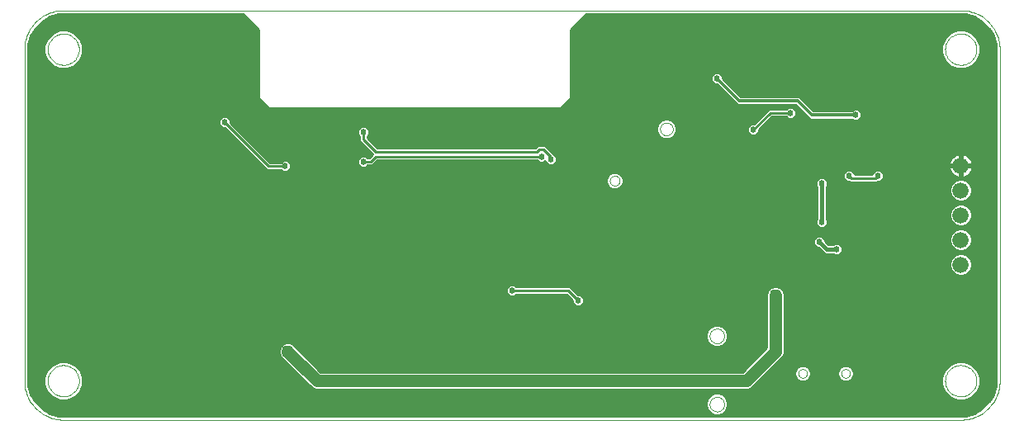
<source format=gbl>
G75*
G70*
%OFA0B0*%
%FSLAX24Y24*%
%IPPOS*%
%LPD*%
%AMOC8*
5,1,8,0,0,1.08239X$1,22.5*
%
%ADD10C,0.0000*%
%ADD11C,0.0660*%
%ADD12C,0.0100*%
%ADD13C,0.0246*%
%ADD14C,0.0500*%
%ADD15C,0.0160*%
%ADD16C,0.0120*%
D10*
X001725Y000937D02*
X037945Y000937D01*
X037315Y002512D02*
X037317Y002562D01*
X037323Y002612D01*
X037333Y002661D01*
X037347Y002709D01*
X037364Y002756D01*
X037385Y002801D01*
X037410Y002845D01*
X037438Y002886D01*
X037470Y002925D01*
X037504Y002962D01*
X037541Y002996D01*
X037581Y003026D01*
X037623Y003053D01*
X037667Y003077D01*
X037713Y003098D01*
X037760Y003114D01*
X037808Y003127D01*
X037858Y003136D01*
X037907Y003141D01*
X037958Y003142D01*
X038008Y003139D01*
X038057Y003132D01*
X038106Y003121D01*
X038154Y003106D01*
X038200Y003088D01*
X038245Y003066D01*
X038288Y003040D01*
X038329Y003011D01*
X038368Y002979D01*
X038404Y002944D01*
X038436Y002906D01*
X038466Y002866D01*
X038493Y002823D01*
X038516Y002779D01*
X038535Y002733D01*
X038551Y002685D01*
X038563Y002636D01*
X038571Y002587D01*
X038575Y002537D01*
X038575Y002487D01*
X038571Y002437D01*
X038563Y002388D01*
X038551Y002339D01*
X038535Y002291D01*
X038516Y002245D01*
X038493Y002201D01*
X038466Y002158D01*
X038436Y002118D01*
X038404Y002080D01*
X038368Y002045D01*
X038329Y002013D01*
X038288Y001984D01*
X038245Y001958D01*
X038200Y001936D01*
X038154Y001918D01*
X038106Y001903D01*
X038057Y001892D01*
X038008Y001885D01*
X037958Y001882D01*
X037907Y001883D01*
X037858Y001888D01*
X037808Y001897D01*
X037760Y001910D01*
X037713Y001926D01*
X037667Y001947D01*
X037623Y001971D01*
X037581Y001998D01*
X037541Y002028D01*
X037504Y002062D01*
X037470Y002099D01*
X037438Y002138D01*
X037410Y002179D01*
X037385Y002223D01*
X037364Y002268D01*
X037347Y002315D01*
X037333Y002363D01*
X037323Y002412D01*
X037317Y002462D01*
X037315Y002512D01*
X037945Y000937D02*
X038022Y000939D01*
X038099Y000945D01*
X038176Y000954D01*
X038252Y000967D01*
X038328Y000984D01*
X038402Y001005D01*
X038476Y001029D01*
X038548Y001057D01*
X038618Y001088D01*
X038687Y001123D01*
X038755Y001161D01*
X038820Y001202D01*
X038883Y001247D01*
X038944Y001295D01*
X039003Y001345D01*
X039059Y001398D01*
X039112Y001454D01*
X039162Y001513D01*
X039210Y001574D01*
X039255Y001637D01*
X039296Y001702D01*
X039334Y001770D01*
X039369Y001839D01*
X039400Y001909D01*
X039428Y001981D01*
X039452Y002055D01*
X039473Y002129D01*
X039490Y002205D01*
X039503Y002281D01*
X039512Y002358D01*
X039518Y002435D01*
X039520Y002512D01*
X039520Y015898D01*
X037315Y015898D02*
X037317Y015948D01*
X037323Y015998D01*
X037333Y016047D01*
X037347Y016095D01*
X037364Y016142D01*
X037385Y016187D01*
X037410Y016231D01*
X037438Y016272D01*
X037470Y016311D01*
X037504Y016348D01*
X037541Y016382D01*
X037581Y016412D01*
X037623Y016439D01*
X037667Y016463D01*
X037713Y016484D01*
X037760Y016500D01*
X037808Y016513D01*
X037858Y016522D01*
X037907Y016527D01*
X037958Y016528D01*
X038008Y016525D01*
X038057Y016518D01*
X038106Y016507D01*
X038154Y016492D01*
X038200Y016474D01*
X038245Y016452D01*
X038288Y016426D01*
X038329Y016397D01*
X038368Y016365D01*
X038404Y016330D01*
X038436Y016292D01*
X038466Y016252D01*
X038493Y016209D01*
X038516Y016165D01*
X038535Y016119D01*
X038551Y016071D01*
X038563Y016022D01*
X038571Y015973D01*
X038575Y015923D01*
X038575Y015873D01*
X038571Y015823D01*
X038563Y015774D01*
X038551Y015725D01*
X038535Y015677D01*
X038516Y015631D01*
X038493Y015587D01*
X038466Y015544D01*
X038436Y015504D01*
X038404Y015466D01*
X038368Y015431D01*
X038329Y015399D01*
X038288Y015370D01*
X038245Y015344D01*
X038200Y015322D01*
X038154Y015304D01*
X038106Y015289D01*
X038057Y015278D01*
X038008Y015271D01*
X037958Y015268D01*
X037907Y015269D01*
X037858Y015274D01*
X037808Y015283D01*
X037760Y015296D01*
X037713Y015312D01*
X037667Y015333D01*
X037623Y015357D01*
X037581Y015384D01*
X037541Y015414D01*
X037504Y015448D01*
X037470Y015485D01*
X037438Y015524D01*
X037410Y015565D01*
X037385Y015609D01*
X037364Y015654D01*
X037347Y015701D01*
X037333Y015749D01*
X037323Y015798D01*
X037317Y015848D01*
X037315Y015898D01*
X037945Y017473D02*
X038022Y017471D01*
X038099Y017465D01*
X038176Y017456D01*
X038252Y017443D01*
X038328Y017426D01*
X038402Y017405D01*
X038476Y017381D01*
X038548Y017353D01*
X038618Y017322D01*
X038687Y017287D01*
X038755Y017249D01*
X038820Y017208D01*
X038883Y017163D01*
X038944Y017115D01*
X039003Y017065D01*
X039059Y017012D01*
X039112Y016956D01*
X039162Y016897D01*
X039210Y016836D01*
X039255Y016773D01*
X039296Y016708D01*
X039334Y016640D01*
X039369Y016571D01*
X039400Y016501D01*
X039428Y016429D01*
X039452Y016355D01*
X039473Y016281D01*
X039490Y016205D01*
X039503Y016129D01*
X039512Y016052D01*
X039518Y015975D01*
X039520Y015898D01*
X037945Y017473D02*
X001725Y017473D01*
X001095Y015898D02*
X001097Y015948D01*
X001103Y015998D01*
X001113Y016047D01*
X001127Y016095D01*
X001144Y016142D01*
X001165Y016187D01*
X001190Y016231D01*
X001218Y016272D01*
X001250Y016311D01*
X001284Y016348D01*
X001321Y016382D01*
X001361Y016412D01*
X001403Y016439D01*
X001447Y016463D01*
X001493Y016484D01*
X001540Y016500D01*
X001588Y016513D01*
X001638Y016522D01*
X001687Y016527D01*
X001738Y016528D01*
X001788Y016525D01*
X001837Y016518D01*
X001886Y016507D01*
X001934Y016492D01*
X001980Y016474D01*
X002025Y016452D01*
X002068Y016426D01*
X002109Y016397D01*
X002148Y016365D01*
X002184Y016330D01*
X002216Y016292D01*
X002246Y016252D01*
X002273Y016209D01*
X002296Y016165D01*
X002315Y016119D01*
X002331Y016071D01*
X002343Y016022D01*
X002351Y015973D01*
X002355Y015923D01*
X002355Y015873D01*
X002351Y015823D01*
X002343Y015774D01*
X002331Y015725D01*
X002315Y015677D01*
X002296Y015631D01*
X002273Y015587D01*
X002246Y015544D01*
X002216Y015504D01*
X002184Y015466D01*
X002148Y015431D01*
X002109Y015399D01*
X002068Y015370D01*
X002025Y015344D01*
X001980Y015322D01*
X001934Y015304D01*
X001886Y015289D01*
X001837Y015278D01*
X001788Y015271D01*
X001738Y015268D01*
X001687Y015269D01*
X001638Y015274D01*
X001588Y015283D01*
X001540Y015296D01*
X001493Y015312D01*
X001447Y015333D01*
X001403Y015357D01*
X001361Y015384D01*
X001321Y015414D01*
X001284Y015448D01*
X001250Y015485D01*
X001218Y015524D01*
X001190Y015565D01*
X001165Y015609D01*
X001144Y015654D01*
X001127Y015701D01*
X001113Y015749D01*
X001103Y015798D01*
X001097Y015848D01*
X001095Y015898D01*
X000150Y015898D02*
X000152Y015975D01*
X000158Y016052D01*
X000167Y016129D01*
X000180Y016205D01*
X000197Y016281D01*
X000218Y016355D01*
X000242Y016429D01*
X000270Y016501D01*
X000301Y016571D01*
X000336Y016640D01*
X000374Y016708D01*
X000415Y016773D01*
X000460Y016836D01*
X000508Y016897D01*
X000558Y016956D01*
X000611Y017012D01*
X000667Y017065D01*
X000726Y017115D01*
X000787Y017163D01*
X000850Y017208D01*
X000915Y017249D01*
X000983Y017287D01*
X001052Y017322D01*
X001122Y017353D01*
X001194Y017381D01*
X001268Y017405D01*
X001342Y017426D01*
X001418Y017443D01*
X001494Y017456D01*
X001571Y017465D01*
X001648Y017471D01*
X001725Y017473D01*
X000150Y015898D02*
X000150Y002512D01*
X001095Y002512D02*
X001097Y002562D01*
X001103Y002612D01*
X001113Y002661D01*
X001127Y002709D01*
X001144Y002756D01*
X001165Y002801D01*
X001190Y002845D01*
X001218Y002886D01*
X001250Y002925D01*
X001284Y002962D01*
X001321Y002996D01*
X001361Y003026D01*
X001403Y003053D01*
X001447Y003077D01*
X001493Y003098D01*
X001540Y003114D01*
X001588Y003127D01*
X001638Y003136D01*
X001687Y003141D01*
X001738Y003142D01*
X001788Y003139D01*
X001837Y003132D01*
X001886Y003121D01*
X001934Y003106D01*
X001980Y003088D01*
X002025Y003066D01*
X002068Y003040D01*
X002109Y003011D01*
X002148Y002979D01*
X002184Y002944D01*
X002216Y002906D01*
X002246Y002866D01*
X002273Y002823D01*
X002296Y002779D01*
X002315Y002733D01*
X002331Y002685D01*
X002343Y002636D01*
X002351Y002587D01*
X002355Y002537D01*
X002355Y002487D01*
X002351Y002437D01*
X002343Y002388D01*
X002331Y002339D01*
X002315Y002291D01*
X002296Y002245D01*
X002273Y002201D01*
X002246Y002158D01*
X002216Y002118D01*
X002184Y002080D01*
X002148Y002045D01*
X002109Y002013D01*
X002068Y001984D01*
X002025Y001958D01*
X001980Y001936D01*
X001934Y001918D01*
X001886Y001903D01*
X001837Y001892D01*
X001788Y001885D01*
X001738Y001882D01*
X001687Y001883D01*
X001638Y001888D01*
X001588Y001897D01*
X001540Y001910D01*
X001493Y001926D01*
X001447Y001947D01*
X001403Y001971D01*
X001361Y001998D01*
X001321Y002028D01*
X001284Y002062D01*
X001250Y002099D01*
X001218Y002138D01*
X001190Y002179D01*
X001165Y002223D01*
X001144Y002268D01*
X001127Y002315D01*
X001113Y002363D01*
X001103Y002412D01*
X001097Y002462D01*
X001095Y002512D01*
X000150Y002512D02*
X000152Y002435D01*
X000158Y002358D01*
X000167Y002281D01*
X000180Y002205D01*
X000197Y002129D01*
X000218Y002055D01*
X000242Y001981D01*
X000270Y001909D01*
X000301Y001839D01*
X000336Y001770D01*
X000374Y001702D01*
X000415Y001637D01*
X000460Y001574D01*
X000508Y001513D01*
X000558Y001454D01*
X000611Y001398D01*
X000667Y001345D01*
X000726Y001295D01*
X000787Y001247D01*
X000850Y001202D01*
X000915Y001161D01*
X000983Y001123D01*
X001052Y001088D01*
X001122Y001057D01*
X001194Y001029D01*
X001268Y001005D01*
X001342Y000984D01*
X001418Y000967D01*
X001494Y000954D01*
X001571Y000945D01*
X001648Y000939D01*
X001725Y000937D01*
X023782Y010593D02*
X023784Y010620D01*
X023790Y010647D01*
X023799Y010673D01*
X023812Y010697D01*
X023828Y010720D01*
X023847Y010739D01*
X023869Y010756D01*
X023893Y010770D01*
X023918Y010780D01*
X023945Y010787D01*
X023972Y010790D01*
X024000Y010789D01*
X024027Y010784D01*
X024053Y010776D01*
X024077Y010764D01*
X024100Y010748D01*
X024121Y010730D01*
X024138Y010709D01*
X024153Y010685D01*
X024164Y010660D01*
X024172Y010634D01*
X024176Y010607D01*
X024176Y010579D01*
X024172Y010552D01*
X024164Y010526D01*
X024153Y010501D01*
X024138Y010477D01*
X024121Y010456D01*
X024100Y010438D01*
X024078Y010422D01*
X024053Y010410D01*
X024027Y010402D01*
X024000Y010397D01*
X023972Y010396D01*
X023945Y010399D01*
X023918Y010406D01*
X023893Y010416D01*
X023869Y010430D01*
X023847Y010447D01*
X023828Y010466D01*
X023812Y010489D01*
X023799Y010513D01*
X023790Y010539D01*
X023784Y010566D01*
X023782Y010593D01*
X025811Y012681D02*
X025813Y012712D01*
X025819Y012743D01*
X025828Y012773D01*
X025841Y012802D01*
X025858Y012829D01*
X025878Y012853D01*
X025900Y012875D01*
X025926Y012894D01*
X025953Y012910D01*
X025982Y012922D01*
X026012Y012931D01*
X026043Y012936D01*
X026075Y012937D01*
X026106Y012934D01*
X026137Y012927D01*
X026167Y012917D01*
X026195Y012903D01*
X026221Y012885D01*
X026245Y012865D01*
X026266Y012841D01*
X026285Y012816D01*
X026300Y012788D01*
X026311Y012759D01*
X026319Y012728D01*
X026323Y012697D01*
X026323Y012665D01*
X026319Y012634D01*
X026311Y012603D01*
X026300Y012574D01*
X026285Y012546D01*
X026266Y012521D01*
X026245Y012497D01*
X026221Y012477D01*
X026195Y012459D01*
X026167Y012445D01*
X026137Y012435D01*
X026106Y012428D01*
X026075Y012425D01*
X026043Y012426D01*
X026012Y012431D01*
X025982Y012440D01*
X025953Y012452D01*
X025926Y012468D01*
X025900Y012487D01*
X025878Y012509D01*
X025858Y012533D01*
X025841Y012560D01*
X025828Y012589D01*
X025819Y012619D01*
X025813Y012650D01*
X025811Y012681D01*
X027808Y004323D02*
X027810Y004357D01*
X027816Y004391D01*
X027826Y004424D01*
X027839Y004455D01*
X027857Y004485D01*
X027877Y004513D01*
X027901Y004538D01*
X027927Y004560D01*
X027955Y004578D01*
X027986Y004594D01*
X028018Y004606D01*
X028052Y004614D01*
X028086Y004618D01*
X028120Y004618D01*
X028154Y004614D01*
X028188Y004606D01*
X028220Y004594D01*
X028250Y004578D01*
X028279Y004560D01*
X028305Y004538D01*
X028329Y004513D01*
X028349Y004485D01*
X028367Y004455D01*
X028380Y004424D01*
X028390Y004391D01*
X028396Y004357D01*
X028398Y004323D01*
X028396Y004289D01*
X028390Y004255D01*
X028380Y004222D01*
X028367Y004191D01*
X028349Y004161D01*
X028329Y004133D01*
X028305Y004108D01*
X028279Y004086D01*
X028251Y004068D01*
X028220Y004052D01*
X028188Y004040D01*
X028154Y004032D01*
X028120Y004028D01*
X028086Y004028D01*
X028052Y004032D01*
X028018Y004040D01*
X027986Y004052D01*
X027955Y004068D01*
X027927Y004086D01*
X027901Y004108D01*
X027877Y004133D01*
X027857Y004161D01*
X027839Y004191D01*
X027826Y004222D01*
X027816Y004255D01*
X027810Y004289D01*
X027808Y004323D01*
X031390Y002807D02*
X031392Y002833D01*
X031398Y002859D01*
X031408Y002884D01*
X031421Y002907D01*
X031437Y002927D01*
X031457Y002945D01*
X031479Y002960D01*
X031502Y002972D01*
X031528Y002980D01*
X031554Y002984D01*
X031580Y002984D01*
X031606Y002980D01*
X031632Y002972D01*
X031656Y002960D01*
X031677Y002945D01*
X031697Y002927D01*
X031713Y002907D01*
X031726Y002884D01*
X031736Y002859D01*
X031742Y002833D01*
X031744Y002807D01*
X031742Y002781D01*
X031736Y002755D01*
X031726Y002730D01*
X031713Y002707D01*
X031697Y002687D01*
X031677Y002669D01*
X031655Y002654D01*
X031632Y002642D01*
X031606Y002634D01*
X031580Y002630D01*
X031554Y002630D01*
X031528Y002634D01*
X031502Y002642D01*
X031478Y002654D01*
X031457Y002669D01*
X031437Y002687D01*
X031421Y002707D01*
X031408Y002730D01*
X031398Y002755D01*
X031392Y002781D01*
X031390Y002807D01*
X033123Y002807D02*
X033125Y002833D01*
X033131Y002859D01*
X033141Y002884D01*
X033154Y002907D01*
X033170Y002927D01*
X033190Y002945D01*
X033212Y002960D01*
X033235Y002972D01*
X033261Y002980D01*
X033287Y002984D01*
X033313Y002984D01*
X033339Y002980D01*
X033365Y002972D01*
X033389Y002960D01*
X033410Y002945D01*
X033430Y002927D01*
X033446Y002907D01*
X033459Y002884D01*
X033469Y002859D01*
X033475Y002833D01*
X033477Y002807D01*
X033475Y002781D01*
X033469Y002755D01*
X033459Y002730D01*
X033446Y002707D01*
X033430Y002687D01*
X033410Y002669D01*
X033388Y002654D01*
X033365Y002642D01*
X033339Y002634D01*
X033313Y002630D01*
X033287Y002630D01*
X033261Y002634D01*
X033235Y002642D01*
X033211Y002654D01*
X033190Y002669D01*
X033170Y002687D01*
X033154Y002707D01*
X033141Y002730D01*
X033131Y002755D01*
X033125Y002781D01*
X033123Y002807D01*
X027808Y001567D02*
X027810Y001601D01*
X027816Y001635D01*
X027826Y001668D01*
X027839Y001699D01*
X027857Y001729D01*
X027877Y001757D01*
X027901Y001782D01*
X027927Y001804D01*
X027955Y001822D01*
X027986Y001838D01*
X028018Y001850D01*
X028052Y001858D01*
X028086Y001862D01*
X028120Y001862D01*
X028154Y001858D01*
X028188Y001850D01*
X028220Y001838D01*
X028250Y001822D01*
X028279Y001804D01*
X028305Y001782D01*
X028329Y001757D01*
X028349Y001729D01*
X028367Y001699D01*
X028380Y001668D01*
X028390Y001635D01*
X028396Y001601D01*
X028398Y001567D01*
X028396Y001533D01*
X028390Y001499D01*
X028380Y001466D01*
X028367Y001435D01*
X028349Y001405D01*
X028329Y001377D01*
X028305Y001352D01*
X028279Y001330D01*
X028251Y001312D01*
X028220Y001296D01*
X028188Y001284D01*
X028154Y001276D01*
X028120Y001272D01*
X028086Y001272D01*
X028052Y001276D01*
X028018Y001284D01*
X027986Y001296D01*
X027955Y001312D01*
X027927Y001330D01*
X027901Y001352D01*
X027877Y001377D01*
X027857Y001405D01*
X027839Y001435D01*
X027826Y001466D01*
X027816Y001499D01*
X027810Y001533D01*
X027808Y001567D01*
D11*
X037945Y007205D03*
X037945Y008205D03*
X037945Y009205D03*
X037945Y010205D03*
X037945Y011205D03*
D12*
X037897Y011181D02*
X013972Y011181D01*
X014001Y011210D02*
X014193Y011210D01*
X014390Y011407D01*
X020847Y011407D01*
X020920Y011334D01*
X021113Y011334D01*
X021177Y011399D01*
X021177Y011372D01*
X021313Y011236D01*
X021506Y011236D01*
X021643Y011372D01*
X021643Y011565D01*
X021506Y011702D01*
X021502Y011702D01*
X021275Y011929D01*
X021181Y012023D01*
X020851Y012023D01*
X020753Y011924D01*
X014390Y011924D01*
X013991Y012323D01*
X013991Y012382D01*
X014064Y012455D01*
X014064Y012648D01*
X013928Y012785D01*
X013735Y012785D01*
X013598Y012648D01*
X013598Y012455D01*
X013671Y012382D01*
X013671Y012190D01*
X013765Y012096D01*
X014195Y011666D01*
X014060Y011530D01*
X014001Y011530D01*
X013928Y011603D01*
X013735Y011603D01*
X013598Y011467D01*
X013598Y011274D01*
X013735Y011137D01*
X013928Y011137D01*
X014001Y011210D01*
X014126Y011370D02*
X013831Y011370D01*
X013598Y011378D02*
X010806Y011378D01*
X010778Y011407D02*
X010585Y011407D01*
X010512Y011334D01*
X010059Y011334D01*
X008454Y012939D01*
X008454Y013042D01*
X008317Y013178D01*
X008124Y013178D01*
X007988Y013042D01*
X007988Y012849D01*
X008124Y012712D01*
X008228Y012712D01*
X009833Y011107D01*
X009926Y011014D01*
X010512Y011014D01*
X010585Y010941D01*
X010778Y010941D01*
X010914Y011077D01*
X010914Y011270D01*
X010778Y011407D01*
X010905Y011280D02*
X013598Y011280D01*
X013691Y011181D02*
X010914Y011181D01*
X010914Y011083D02*
X037480Y011083D01*
X037477Y011093D02*
X037500Y011021D01*
X037535Y010954D01*
X037579Y010892D01*
X037633Y010839D01*
X037694Y010795D01*
X037761Y010760D01*
X037833Y010737D01*
X037897Y010727D01*
X037897Y011157D01*
X037467Y011157D01*
X037477Y011093D01*
X037519Y010984D02*
X034724Y010984D01*
X034695Y011013D02*
X034502Y011013D01*
X034366Y010876D01*
X034366Y010841D01*
X033651Y010841D01*
X033651Y010876D01*
X033514Y011013D01*
X033321Y011013D01*
X033185Y010876D01*
X033185Y010683D01*
X033321Y010547D01*
X033424Y010547D01*
X033450Y010521D01*
X034567Y010521D01*
X034592Y010547D01*
X034695Y010547D01*
X034832Y010683D01*
X034832Y010876D01*
X034695Y011013D01*
X034822Y010886D02*
X037586Y010886D01*
X037708Y010787D02*
X034832Y010787D01*
X034832Y010689D02*
X039370Y010689D01*
X039370Y010787D02*
X038183Y010787D01*
X038197Y010795D02*
X038258Y010839D01*
X038311Y010892D01*
X038356Y010954D01*
X038390Y011021D01*
X038413Y011093D01*
X038424Y011157D01*
X037994Y011157D01*
X037994Y011254D01*
X037897Y011254D01*
X037897Y011683D01*
X037833Y011673D01*
X037761Y011650D01*
X037694Y011616D01*
X037633Y011571D01*
X037579Y011518D01*
X037535Y011457D01*
X037500Y011389D01*
X037477Y011318D01*
X037467Y011254D01*
X037897Y011254D01*
X037897Y011157D01*
X037994Y011157D01*
X037994Y010727D01*
X038058Y010737D01*
X038130Y010760D01*
X038197Y010795D01*
X038305Y010886D02*
X039370Y010886D01*
X039370Y010984D02*
X038372Y010984D01*
X038410Y011083D02*
X039370Y011083D01*
X039370Y011181D02*
X037994Y011181D01*
X037994Y011254D02*
X038424Y011254D01*
X038413Y011318D01*
X038390Y011389D01*
X038356Y011457D01*
X038311Y011518D01*
X038258Y011571D01*
X038197Y011616D01*
X038130Y011650D01*
X038058Y011673D01*
X037994Y011683D01*
X037994Y011254D01*
X037994Y011280D02*
X037897Y011280D01*
X037897Y011378D02*
X037994Y011378D01*
X037994Y011477D02*
X037897Y011477D01*
X037897Y011575D02*
X037994Y011575D01*
X037994Y011674D02*
X037897Y011674D01*
X037837Y011674D02*
X021534Y011674D01*
X021633Y011575D02*
X037638Y011575D01*
X037549Y011477D02*
X021643Y011477D01*
X021643Y011378D02*
X037497Y011378D01*
X037471Y011280D02*
X021550Y011280D01*
X021410Y011469D02*
X021410Y011567D01*
X021115Y011863D01*
X020918Y011863D01*
X020819Y011764D01*
X014323Y011764D01*
X013831Y012256D01*
X013831Y012552D01*
X013598Y012560D02*
X008832Y012560D01*
X008930Y012462D02*
X013598Y012462D01*
X013671Y012363D02*
X009029Y012363D01*
X009127Y012265D02*
X013671Y012265D01*
X013695Y012166D02*
X009226Y012166D01*
X009324Y012068D02*
X013793Y012068D01*
X013892Y011969D02*
X009423Y011969D01*
X009521Y011871D02*
X013990Y011871D01*
X014089Y011772D02*
X009620Y011772D01*
X009718Y011674D02*
X014187Y011674D01*
X014105Y011575D02*
X013956Y011575D01*
X013707Y011575D02*
X009817Y011575D01*
X009915Y011477D02*
X013608Y011477D01*
X014126Y011370D02*
X014323Y011567D01*
X021016Y011567D01*
X020876Y011378D02*
X014361Y011378D01*
X014262Y011280D02*
X021269Y011280D01*
X021177Y011378D02*
X021157Y011378D01*
X021431Y011772D02*
X039370Y011772D01*
X039370Y011674D02*
X038054Y011674D01*
X038252Y011575D02*
X039370Y011575D01*
X039370Y011477D02*
X038341Y011477D01*
X038394Y011378D02*
X039370Y011378D01*
X039370Y011280D02*
X038419Y011280D01*
X037994Y011083D02*
X037897Y011083D01*
X037897Y010984D02*
X037994Y010984D01*
X037994Y010886D02*
X037897Y010886D01*
X037897Y010787D02*
X037994Y010787D01*
X038033Y010645D02*
X037858Y010645D01*
X037696Y010578D01*
X037572Y010454D01*
X037505Y010293D01*
X037505Y010118D01*
X037572Y009956D01*
X037696Y009832D01*
X037858Y009765D01*
X038033Y009765D01*
X038195Y009832D01*
X038318Y009956D01*
X038385Y010118D01*
X038385Y010293D01*
X038318Y010454D01*
X038195Y010578D01*
X038033Y010645D01*
X038165Y010590D02*
X039370Y010590D01*
X039370Y010492D02*
X038281Y010492D01*
X038344Y010393D02*
X039370Y010393D01*
X039370Y010295D02*
X038384Y010295D01*
X038385Y010196D02*
X039370Y010196D01*
X039370Y010098D02*
X038377Y010098D01*
X038336Y009999D02*
X039370Y009999D01*
X039370Y009901D02*
X038263Y009901D01*
X038123Y009802D02*
X039370Y009802D01*
X039370Y009704D02*
X032525Y009704D01*
X032525Y009802D02*
X037768Y009802D01*
X037627Y009901D02*
X032525Y009901D01*
X032525Y009999D02*
X037554Y009999D01*
X037513Y010098D02*
X032525Y010098D01*
X032525Y010196D02*
X037505Y010196D01*
X037506Y010295D02*
X032525Y010295D01*
X032525Y010345D02*
X032568Y010388D01*
X032568Y010581D01*
X032432Y010718D01*
X032239Y010718D01*
X032102Y010581D01*
X032102Y010388D01*
X032145Y010345D01*
X032145Y009049D01*
X032102Y009006D01*
X032102Y008813D01*
X032239Y008677D01*
X032432Y008677D01*
X032568Y008813D01*
X032568Y009006D01*
X032525Y009049D01*
X032525Y010345D01*
X032568Y010393D02*
X037547Y010393D01*
X037610Y010492D02*
X032568Y010492D01*
X032559Y010590D02*
X033278Y010590D01*
X033185Y010689D02*
X032460Y010689D01*
X032210Y010689D02*
X024314Y010689D01*
X024326Y010662D02*
X024273Y010789D01*
X024175Y010887D01*
X024048Y010940D01*
X023910Y010940D01*
X023782Y010887D01*
X023685Y010789D01*
X023632Y010662D01*
X023632Y010524D01*
X023685Y010396D01*
X023782Y010299D01*
X023910Y010246D01*
X024048Y010246D01*
X024175Y010299D01*
X024273Y010396D01*
X024326Y010524D01*
X024326Y010662D01*
X024326Y010590D02*
X032111Y010590D01*
X032102Y010492D02*
X024312Y010492D01*
X024270Y010393D02*
X032102Y010393D01*
X032145Y010295D02*
X024166Y010295D01*
X023792Y010295D02*
X000300Y010295D01*
X000300Y010393D02*
X023688Y010393D01*
X023645Y010492D02*
X000300Y010492D01*
X000300Y010590D02*
X023632Y010590D01*
X023643Y010689D02*
X000300Y010689D01*
X000300Y010787D02*
X023684Y010787D01*
X023781Y010886D02*
X000300Y010886D01*
X000300Y010984D02*
X010541Y010984D01*
X010681Y011174D02*
X009993Y011174D01*
X008221Y012945D01*
X008454Y012954D02*
X025766Y012954D01*
X025723Y012911D02*
X025661Y012762D01*
X025661Y012600D01*
X025723Y012451D01*
X025837Y012337D01*
X025986Y012275D01*
X026147Y012275D01*
X026297Y012337D01*
X026411Y012451D01*
X026473Y012600D01*
X026473Y012762D01*
X026411Y012911D01*
X026297Y013025D01*
X026147Y013087D01*
X025986Y013087D01*
X025837Y013025D01*
X025723Y012911D01*
X025700Y012856D02*
X008536Y012856D01*
X008635Y012757D02*
X013707Y012757D01*
X013609Y012659D02*
X008733Y012659D01*
X008478Y012462D02*
X000300Y012462D01*
X000300Y012560D02*
X008379Y012560D01*
X008281Y012659D02*
X000300Y012659D01*
X000300Y012757D02*
X008079Y012757D01*
X007988Y012856D02*
X000300Y012856D01*
X000300Y012954D02*
X007988Y012954D01*
X007999Y013053D02*
X000300Y013053D01*
X000300Y013151D02*
X008098Y013151D01*
X008344Y013151D02*
X029854Y013151D01*
X029756Y013053D02*
X026229Y013053D01*
X026367Y012954D02*
X029657Y012954D01*
X029586Y012883D02*
X029483Y012883D01*
X029346Y012747D01*
X029346Y012553D01*
X029483Y012417D01*
X029676Y012417D01*
X029812Y012553D01*
X029812Y012657D01*
X030334Y013179D01*
X030886Y013179D01*
X030959Y013106D01*
X031152Y013106D01*
X031289Y013242D01*
X031289Y013435D01*
X031152Y013572D01*
X030959Y013572D01*
X030886Y013499D01*
X030202Y013499D01*
X029586Y012883D01*
X029456Y012856D02*
X026434Y012856D01*
X026473Y012757D02*
X029357Y012757D01*
X029346Y012659D02*
X026473Y012659D01*
X026456Y012560D02*
X029346Y012560D01*
X029438Y012462D02*
X026415Y012462D01*
X026323Y012363D02*
X039370Y012363D01*
X039370Y012265D02*
X014049Y012265D01*
X013991Y012363D02*
X025810Y012363D01*
X025718Y012462D02*
X014064Y012462D01*
X014064Y012560D02*
X025677Y012560D01*
X025661Y012659D02*
X014053Y012659D01*
X013955Y012757D02*
X025661Y012757D01*
X025904Y013053D02*
X008443Y013053D01*
X009786Y013742D02*
X000300Y013742D01*
X000300Y013644D02*
X009884Y013644D01*
X009983Y013545D02*
X000300Y013545D01*
X000300Y013447D02*
X030150Y013447D01*
X030051Y013348D02*
X000300Y013348D01*
X000300Y013250D02*
X029953Y013250D01*
X030208Y013053D02*
X033571Y013053D01*
X033553Y013071D02*
X033616Y013008D01*
X033810Y013008D01*
X033946Y013144D01*
X033946Y013337D01*
X033810Y013474D01*
X033616Y013474D01*
X033553Y013411D01*
X032012Y013411D01*
X031521Y013902D01*
X031421Y014001D01*
X029059Y014001D01*
X028336Y014724D01*
X028336Y014813D01*
X028199Y014950D01*
X028006Y014950D01*
X027870Y014813D01*
X027870Y014620D01*
X028006Y014484D01*
X028095Y014484D01*
X028918Y013661D01*
X031280Y013661D01*
X031871Y013071D01*
X033553Y013071D01*
X033855Y013053D02*
X039370Y013053D01*
X039370Y013151D02*
X033946Y013151D01*
X033946Y013250D02*
X039370Y013250D01*
X039370Y013348D02*
X033935Y013348D01*
X033836Y013447D02*
X039370Y013447D01*
X039370Y013545D02*
X031877Y013545D01*
X031975Y013447D02*
X033590Y013447D01*
X031778Y013644D02*
X039370Y013644D01*
X039370Y013742D02*
X031680Y013742D01*
X031581Y013841D02*
X039370Y013841D01*
X039370Y013939D02*
X031483Y013939D01*
X031298Y013644D02*
X021912Y013644D01*
X022010Y013742D02*
X028837Y013742D01*
X028738Y013841D02*
X022109Y013841D01*
X022197Y013930D02*
X022197Y016685D01*
X022835Y017323D01*
X037945Y017323D01*
X038131Y017311D01*
X038491Y017214D01*
X038743Y017068D01*
X039116Y016696D01*
X039262Y016443D01*
X039358Y016084D01*
X039370Y015898D01*
X039370Y002512D01*
X039358Y002326D01*
X039262Y001967D01*
X039262Y001967D01*
X039116Y001714D01*
X038743Y001342D01*
X038491Y001196D01*
X038131Y001100D01*
X037945Y001087D01*
X001725Y001087D01*
X001539Y001100D01*
X001180Y001196D01*
X000927Y001342D01*
X000554Y001714D01*
X000408Y001967D01*
X000312Y002326D01*
X000300Y002512D01*
X000300Y015898D01*
X000312Y016084D01*
X000408Y016443D01*
X000554Y016696D01*
X000927Y017068D01*
X001180Y017214D01*
X001539Y017311D01*
X001725Y017323D01*
X008961Y017323D01*
X009599Y016685D01*
X009599Y013930D01*
X009993Y013536D01*
X021804Y013536D01*
X022197Y013930D01*
X022197Y013939D02*
X028640Y013939D01*
X028541Y014038D02*
X022197Y014038D01*
X022197Y014136D02*
X028443Y014136D01*
X028344Y014235D02*
X022197Y014235D01*
X022197Y014333D02*
X028246Y014333D01*
X028147Y014432D02*
X022197Y014432D01*
X022197Y014530D02*
X027960Y014530D01*
X027870Y014629D02*
X022197Y014629D01*
X022197Y014727D02*
X027870Y014727D01*
X027882Y014826D02*
X022197Y014826D01*
X022197Y014924D02*
X027981Y014924D01*
X028225Y014924D02*
X039370Y014924D01*
X039370Y014826D02*
X028323Y014826D01*
X028336Y014727D02*
X039370Y014727D01*
X039370Y014629D02*
X028431Y014629D01*
X028530Y014530D02*
X039370Y014530D01*
X039370Y014432D02*
X028628Y014432D01*
X028727Y014333D02*
X039370Y014333D01*
X039370Y014235D02*
X028825Y014235D01*
X028924Y014136D02*
X039370Y014136D01*
X039370Y014038D02*
X029022Y014038D01*
X030268Y013339D02*
X029579Y012650D01*
X029721Y012462D02*
X039370Y012462D01*
X039370Y012560D02*
X029812Y012560D01*
X029814Y012659D02*
X039370Y012659D01*
X039370Y012757D02*
X029913Y012757D01*
X030011Y012856D02*
X039370Y012856D01*
X039370Y012954D02*
X030110Y012954D01*
X030307Y013151D02*
X030914Y013151D01*
X031056Y013339D02*
X030268Y013339D01*
X030932Y013545D02*
X021813Y013545D01*
X022197Y015023D02*
X039370Y015023D01*
X039370Y015121D02*
X038108Y015121D01*
X038100Y015118D02*
X038387Y015237D01*
X038606Y015456D01*
X038725Y015743D01*
X038725Y016053D01*
X038606Y016340D01*
X038387Y016559D01*
X038100Y016678D01*
X037790Y016678D01*
X037503Y016559D01*
X037284Y016340D01*
X037165Y016053D01*
X037165Y015743D01*
X037284Y015456D01*
X037503Y015237D01*
X037790Y015118D01*
X038100Y015118D01*
X038346Y015220D02*
X039370Y015220D01*
X039370Y015318D02*
X038469Y015318D01*
X038567Y015417D02*
X039370Y015417D01*
X039370Y015515D02*
X038631Y015515D01*
X038672Y015614D02*
X039370Y015614D01*
X039370Y015712D02*
X038713Y015712D01*
X038725Y015811D02*
X039370Y015811D01*
X039369Y015909D02*
X038725Y015909D01*
X038725Y016008D02*
X039363Y016008D01*
X039352Y016106D02*
X038703Y016106D01*
X038662Y016205D02*
X039325Y016205D01*
X039299Y016303D02*
X038622Y016303D01*
X038544Y016402D02*
X039273Y016402D01*
X039229Y016500D02*
X038446Y016500D01*
X038291Y016599D02*
X039172Y016599D01*
X039114Y016697D02*
X022209Y016697D01*
X022197Y016599D02*
X037599Y016599D01*
X037445Y016500D02*
X022197Y016500D01*
X022197Y016402D02*
X037346Y016402D01*
X037269Y016303D02*
X022197Y016303D01*
X022197Y016205D02*
X037228Y016205D01*
X037187Y016106D02*
X022197Y016106D01*
X022197Y016008D02*
X037165Y016008D01*
X037165Y015909D02*
X022197Y015909D01*
X022197Y015811D02*
X037165Y015811D01*
X037178Y015712D02*
X022197Y015712D01*
X022197Y015614D02*
X037219Y015614D01*
X037260Y015515D02*
X022197Y015515D01*
X022197Y015417D02*
X037323Y015417D01*
X037422Y015318D02*
X022197Y015318D01*
X022197Y015220D02*
X037544Y015220D01*
X037782Y015121D02*
X022197Y015121D01*
X022308Y016796D02*
X039016Y016796D01*
X038917Y016894D02*
X022406Y016894D01*
X022505Y016993D02*
X038819Y016993D01*
X038703Y017091D02*
X022603Y017091D01*
X022702Y017190D02*
X038533Y017190D01*
X038214Y017288D02*
X022800Y017288D01*
X031179Y013545D02*
X031396Y013545D01*
X031495Y013447D02*
X031277Y013447D01*
X031289Y013348D02*
X031593Y013348D01*
X031692Y013250D02*
X031289Y013250D01*
X031197Y013151D02*
X031790Y013151D01*
X033293Y010984D02*
X010822Y010984D01*
X010557Y011378D02*
X010014Y011378D01*
X009758Y011181D02*
X000300Y011181D01*
X000300Y011083D02*
X009857Y011083D01*
X009660Y011280D02*
X000300Y011280D01*
X000300Y011378D02*
X009561Y011378D01*
X009463Y011477D02*
X000300Y011477D01*
X000300Y011575D02*
X009364Y011575D01*
X009266Y011674D02*
X000300Y011674D01*
X000300Y011772D02*
X009167Y011772D01*
X009069Y011871D02*
X000300Y011871D01*
X000300Y011969D02*
X008970Y011969D01*
X008872Y012068D02*
X000300Y012068D01*
X000300Y012166D02*
X008773Y012166D01*
X008675Y012265D02*
X000300Y012265D01*
X000300Y012363D02*
X008576Y012363D01*
X009687Y013841D02*
X000300Y013841D01*
X000300Y013939D02*
X009599Y013939D01*
X009599Y014038D02*
X000300Y014038D01*
X000300Y014136D02*
X009599Y014136D01*
X009599Y014235D02*
X000300Y014235D01*
X000300Y014333D02*
X009599Y014333D01*
X009599Y014432D02*
X000300Y014432D01*
X000300Y014530D02*
X009599Y014530D01*
X009599Y014629D02*
X000300Y014629D01*
X000300Y014727D02*
X009599Y014727D01*
X009599Y014826D02*
X000300Y014826D01*
X000300Y014924D02*
X009599Y014924D01*
X009599Y015023D02*
X000300Y015023D01*
X000300Y015121D02*
X001562Y015121D01*
X001570Y015118D02*
X001880Y015118D01*
X002167Y015237D01*
X002386Y015456D01*
X002505Y015743D01*
X002505Y016053D01*
X002386Y016340D01*
X002167Y016559D01*
X001880Y016678D01*
X001570Y016678D01*
X001283Y016559D01*
X001064Y016340D01*
X000945Y016053D01*
X000945Y015743D01*
X001064Y015456D01*
X001283Y015237D01*
X001570Y015118D01*
X001324Y015220D02*
X000300Y015220D01*
X000300Y015318D02*
X001201Y015318D01*
X001103Y015417D02*
X000300Y015417D01*
X000300Y015515D02*
X001039Y015515D01*
X000998Y015614D02*
X000300Y015614D01*
X000300Y015712D02*
X000957Y015712D01*
X000945Y015811D02*
X000300Y015811D01*
X000301Y015909D02*
X000945Y015909D01*
X000945Y016008D02*
X000307Y016008D01*
X000318Y016106D02*
X000967Y016106D01*
X001008Y016205D02*
X000345Y016205D01*
X000371Y016303D02*
X001049Y016303D01*
X001126Y016402D02*
X000397Y016402D01*
X000441Y016500D02*
X001224Y016500D01*
X001379Y016599D02*
X000498Y016599D01*
X000556Y016697D02*
X009587Y016697D01*
X009599Y016599D02*
X002071Y016599D01*
X002225Y016500D02*
X009599Y016500D01*
X009599Y016402D02*
X002324Y016402D01*
X002401Y016303D02*
X009599Y016303D01*
X009599Y016205D02*
X002442Y016205D01*
X002483Y016106D02*
X009599Y016106D01*
X009599Y016008D02*
X002505Y016008D01*
X002505Y015909D02*
X009599Y015909D01*
X009599Y015811D02*
X002505Y015811D01*
X002492Y015712D02*
X009599Y015712D01*
X009599Y015614D02*
X002451Y015614D01*
X002411Y015515D02*
X009599Y015515D01*
X009599Y015417D02*
X002347Y015417D01*
X002248Y015318D02*
X009599Y015318D01*
X009599Y015220D02*
X002126Y015220D01*
X001888Y015121D02*
X009599Y015121D01*
X009488Y016796D02*
X000654Y016796D01*
X000753Y016894D02*
X009390Y016894D01*
X009291Y016993D02*
X000851Y016993D01*
X000967Y017091D02*
X009193Y017091D01*
X009094Y017190D02*
X001137Y017190D01*
X001456Y017288D02*
X008996Y017288D01*
X014147Y012166D02*
X039370Y012166D01*
X039370Y012068D02*
X014246Y012068D01*
X014344Y011969D02*
X020798Y011969D01*
X021234Y011969D02*
X039370Y011969D01*
X039370Y011871D02*
X021333Y011871D01*
X024176Y010886D02*
X033194Y010886D01*
X033185Y010787D02*
X024274Y010787D01*
X032110Y009014D02*
X000300Y009014D01*
X000300Y008916D02*
X032102Y008916D01*
X032102Y008817D02*
X000300Y008817D01*
X000300Y008719D02*
X032196Y008719D01*
X032474Y008719D02*
X039370Y008719D01*
X039370Y008817D02*
X038159Y008817D01*
X038195Y008832D02*
X038318Y008956D01*
X038385Y009118D01*
X038385Y009293D01*
X038318Y009454D01*
X038195Y009578D01*
X038033Y009645D01*
X037858Y009645D01*
X037696Y009578D01*
X037572Y009454D01*
X037505Y009293D01*
X037505Y009118D01*
X037572Y008956D01*
X037696Y008832D01*
X037858Y008765D01*
X038033Y008765D01*
X038195Y008832D01*
X038278Y008916D02*
X039370Y008916D01*
X039370Y009014D02*
X038343Y009014D01*
X038383Y009113D02*
X039370Y009113D01*
X039370Y009211D02*
X038385Y009211D01*
X038378Y009310D02*
X039370Y009310D01*
X039370Y009408D02*
X038337Y009408D01*
X038266Y009507D02*
X039370Y009507D01*
X039370Y009605D02*
X038129Y009605D01*
X037762Y009605D02*
X032525Y009605D01*
X032525Y009507D02*
X037625Y009507D01*
X037553Y009408D02*
X032525Y009408D01*
X032525Y009310D02*
X037512Y009310D01*
X037505Y009211D02*
X032525Y009211D01*
X032525Y009113D02*
X037507Y009113D01*
X037548Y009014D02*
X032560Y009014D01*
X032568Y008916D02*
X037612Y008916D01*
X037731Y008817D02*
X032568Y008817D01*
X032145Y009113D02*
X000300Y009113D01*
X000300Y009211D02*
X032145Y009211D01*
X032145Y009310D02*
X000300Y009310D01*
X000300Y009408D02*
X032145Y009408D01*
X032145Y009507D02*
X000300Y009507D01*
X000300Y009605D02*
X032145Y009605D01*
X032145Y009704D02*
X000300Y009704D01*
X000300Y009802D02*
X032145Y009802D01*
X032145Y009901D02*
X000300Y009901D01*
X000300Y009999D02*
X032145Y009999D01*
X032145Y010098D02*
X000300Y010098D01*
X000300Y010196D02*
X032145Y010196D01*
X033418Y010780D02*
X033516Y010681D01*
X034500Y010681D01*
X034599Y010780D01*
X034739Y010590D02*
X037726Y010590D01*
X034474Y010984D02*
X033543Y010984D01*
X033641Y010886D02*
X034375Y010886D01*
X037696Y008578D02*
X037858Y008645D01*
X038033Y008645D01*
X038195Y008578D01*
X038318Y008454D01*
X038385Y008293D01*
X038385Y008118D01*
X038318Y007956D01*
X038195Y007832D01*
X039370Y007832D01*
X039370Y007734D02*
X033159Y007734D01*
X033159Y007731D02*
X033022Y007594D01*
X032829Y007594D01*
X032786Y007637D01*
X032453Y007637D01*
X032201Y007889D01*
X032140Y007889D01*
X032004Y008026D01*
X032004Y008219D01*
X032140Y008355D01*
X032333Y008355D01*
X032470Y008219D01*
X032470Y008158D01*
X032611Y008017D01*
X032786Y008017D01*
X032829Y008060D01*
X033022Y008060D01*
X033159Y007924D01*
X033159Y007731D01*
X033159Y007832D02*
X037696Y007832D01*
X037858Y007765D01*
X038033Y007765D01*
X038195Y007832D01*
X038293Y007931D02*
X039370Y007931D01*
X039370Y008029D02*
X038349Y008029D01*
X038385Y008128D02*
X039370Y008128D01*
X039370Y008226D02*
X038385Y008226D01*
X038372Y008325D02*
X039370Y008325D01*
X039370Y008423D02*
X038331Y008423D01*
X038251Y008522D02*
X039370Y008522D01*
X039370Y008620D02*
X038092Y008620D01*
X037798Y008620D02*
X000300Y008620D01*
X000300Y008522D02*
X037640Y008522D01*
X037696Y008578D02*
X037572Y008454D01*
X037505Y008293D01*
X037505Y008118D01*
X037572Y007956D01*
X037696Y007832D01*
X037597Y007931D02*
X033151Y007931D01*
X033053Y008029D02*
X037542Y008029D01*
X037505Y008128D02*
X032500Y008128D01*
X032462Y008226D02*
X037505Y008226D01*
X037519Y008325D02*
X032364Y008325D01*
X032110Y008325D02*
X000300Y008325D01*
X000300Y008423D02*
X037559Y008423D01*
X037858Y007645D02*
X037696Y007578D01*
X037572Y007454D01*
X037505Y007293D01*
X037505Y007118D01*
X037572Y006956D01*
X037696Y006832D01*
X037858Y006765D01*
X038033Y006765D01*
X038195Y006832D01*
X038318Y006956D01*
X038385Y007118D01*
X038385Y007293D01*
X038318Y007454D01*
X038195Y007578D01*
X038033Y007645D01*
X037858Y007645D01*
X037834Y007635D02*
X033063Y007635D01*
X032788Y007635D02*
X000300Y007635D01*
X000300Y007537D02*
X037655Y007537D01*
X037566Y007438D02*
X000300Y007438D01*
X000300Y007340D02*
X037525Y007340D01*
X037505Y007241D02*
X000300Y007241D01*
X000300Y007143D02*
X037505Y007143D01*
X037536Y007044D02*
X000300Y007044D01*
X000300Y006946D02*
X037582Y006946D01*
X037681Y006847D02*
X000300Y006847D01*
X000300Y006749D02*
X039370Y006749D01*
X039370Y006847D02*
X038210Y006847D01*
X038308Y006946D02*
X039370Y006946D01*
X039370Y007044D02*
X038355Y007044D01*
X038385Y007143D02*
X039370Y007143D01*
X039370Y007241D02*
X038385Y007241D01*
X038366Y007340D02*
X039370Y007340D01*
X039370Y007438D02*
X038325Y007438D01*
X038236Y007537D02*
X039370Y007537D01*
X039370Y007635D02*
X038056Y007635D01*
X039370Y006650D02*
X000300Y006650D01*
X000300Y006552D02*
X039370Y006552D01*
X039370Y006453D02*
X000300Y006453D01*
X000300Y006355D02*
X019707Y006355D01*
X019739Y006387D02*
X019602Y006250D01*
X019602Y006057D01*
X019739Y005921D01*
X019932Y005921D01*
X020005Y005994D01*
X022033Y005994D01*
X022260Y005767D01*
X022260Y005664D01*
X022396Y005527D01*
X022589Y005527D01*
X022726Y005664D01*
X022726Y005857D01*
X022589Y005993D01*
X022486Y005993D01*
X022165Y006314D01*
X020005Y006314D01*
X019932Y006387D01*
X019739Y006387D01*
X019608Y006256D02*
X000300Y006256D01*
X000300Y006158D02*
X019602Y006158D01*
X019602Y006059D02*
X000300Y006059D01*
X000300Y005961D02*
X019699Y005961D01*
X019835Y006154D02*
X022099Y006154D01*
X022493Y005760D01*
X022726Y005764D02*
X030105Y005764D01*
X030105Y005862D02*
X022720Y005862D01*
X022621Y005961D02*
X030105Y005961D01*
X030105Y006029D02*
X030105Y003842D01*
X029135Y002872D01*
X012110Y002872D01*
X011184Y003799D01*
X011111Y003871D01*
X011111Y003888D01*
X010975Y004025D01*
X010921Y004025D01*
X010852Y004053D01*
X010708Y004053D01*
X010639Y004025D01*
X010585Y004025D01*
X010449Y003888D01*
X010449Y003834D01*
X010420Y003765D01*
X010420Y003622D01*
X010449Y003553D01*
X010449Y003498D01*
X010585Y003362D01*
X010602Y003362D01*
X010674Y003290D01*
X011757Y002207D01*
X011889Y002152D01*
X029355Y002152D01*
X029488Y002207D01*
X030770Y003489D01*
X030825Y003622D01*
X030825Y006029D01*
X030796Y006098D01*
X030796Y006152D01*
X030660Y006289D01*
X030606Y006289D01*
X030537Y006317D01*
X030393Y006317D01*
X030324Y006289D01*
X030270Y006289D01*
X030134Y006152D01*
X030134Y006098D01*
X030105Y006029D01*
X030118Y006059D02*
X022420Y006059D01*
X022321Y006158D02*
X030139Y006158D01*
X030238Y006256D02*
X022223Y006256D01*
X022066Y005961D02*
X019972Y005961D01*
X019964Y006355D02*
X039370Y006355D01*
X039370Y006256D02*
X030692Y006256D01*
X030790Y006158D02*
X039370Y006158D01*
X039370Y006059D02*
X030812Y006059D01*
X030825Y005961D02*
X039370Y005961D01*
X039370Y005862D02*
X030825Y005862D01*
X030825Y005764D02*
X039370Y005764D01*
X039370Y005665D02*
X030825Y005665D01*
X030825Y005567D02*
X039370Y005567D01*
X039370Y005468D02*
X030825Y005468D01*
X030825Y005370D02*
X039370Y005370D01*
X039370Y005271D02*
X030825Y005271D01*
X030825Y005173D02*
X039370Y005173D01*
X039370Y005074D02*
X030825Y005074D01*
X030825Y004976D02*
X039370Y004976D01*
X039370Y004877D02*
X030825Y004877D01*
X030825Y004779D02*
X039370Y004779D01*
X039370Y004680D02*
X030825Y004680D01*
X030825Y004582D02*
X039370Y004582D01*
X039370Y004483D02*
X030825Y004483D01*
X030825Y004385D02*
X039370Y004385D01*
X039370Y004286D02*
X030825Y004286D01*
X030825Y004188D02*
X039370Y004188D01*
X039370Y004089D02*
X030825Y004089D01*
X030825Y003991D02*
X039370Y003991D01*
X039370Y003892D02*
X030825Y003892D01*
X030825Y003794D02*
X039370Y003794D01*
X039370Y003695D02*
X030825Y003695D01*
X030815Y003597D02*
X039370Y003597D01*
X039370Y003498D02*
X030774Y003498D01*
X030681Y003400D02*
X039370Y003400D01*
X039370Y003301D02*
X030582Y003301D01*
X030484Y003203D02*
X037575Y003203D01*
X037503Y003173D02*
X037284Y002954D01*
X037165Y002667D01*
X037165Y002357D01*
X037284Y002070D01*
X037503Y001851D01*
X037790Y001732D01*
X038100Y001732D01*
X038387Y001851D01*
X038606Y002070D01*
X038725Y002357D01*
X038725Y002667D01*
X038606Y002954D01*
X038387Y003173D01*
X038100Y003292D01*
X037790Y003292D01*
X037503Y003173D01*
X037435Y003104D02*
X033438Y003104D01*
X033485Y003085D02*
X033365Y003135D01*
X033235Y003135D01*
X033114Y003085D01*
X033022Y002993D01*
X032972Y002873D01*
X032972Y002742D01*
X033022Y002622D01*
X033114Y002530D01*
X033235Y002480D01*
X033365Y002480D01*
X033485Y002530D01*
X033577Y002622D01*
X033627Y002742D01*
X033627Y002873D01*
X033577Y002993D01*
X033485Y003085D01*
X033564Y003006D02*
X037336Y003006D01*
X037265Y002907D02*
X033612Y002907D01*
X033627Y002809D02*
X037224Y002809D01*
X037183Y002710D02*
X033614Y002710D01*
X033567Y002612D02*
X037165Y002612D01*
X037165Y002513D02*
X033445Y002513D01*
X033155Y002513D02*
X031712Y002513D01*
X031753Y002530D02*
X031632Y002480D01*
X031502Y002480D01*
X031382Y002530D01*
X031290Y002622D01*
X031240Y002742D01*
X031240Y002873D01*
X031290Y002993D01*
X031382Y003085D01*
X031502Y003135D01*
X031632Y003135D01*
X031753Y003085D01*
X031845Y002993D01*
X031894Y002873D01*
X031894Y002742D01*
X031845Y002622D01*
X031753Y002530D01*
X031834Y002612D02*
X033032Y002612D01*
X032986Y002710D02*
X031881Y002710D01*
X031894Y002809D02*
X032972Y002809D01*
X032987Y002907D02*
X031880Y002907D01*
X031832Y003006D02*
X033035Y003006D01*
X033162Y003104D02*
X031705Y003104D01*
X031429Y003104D02*
X030385Y003104D01*
X030287Y003006D02*
X031303Y003006D01*
X031255Y002907D02*
X030188Y002907D01*
X030090Y002809D02*
X031240Y002809D01*
X031253Y002710D02*
X029991Y002710D01*
X029893Y002612D02*
X031300Y002612D01*
X031422Y002513D02*
X029794Y002513D01*
X029696Y002415D02*
X037165Y002415D01*
X037182Y002316D02*
X029597Y002316D01*
X029499Y002218D02*
X037223Y002218D01*
X037264Y002119D02*
X002406Y002119D01*
X002386Y002070D02*
X002505Y002357D01*
X002505Y002667D01*
X002386Y002954D01*
X002167Y003173D01*
X001880Y003292D01*
X001570Y003292D01*
X001283Y003173D01*
X001064Y002954D01*
X000945Y002667D01*
X000945Y002357D01*
X001064Y002070D01*
X001283Y001851D01*
X001570Y001732D01*
X001880Y001732D01*
X002167Y001851D01*
X002386Y002070D01*
X002336Y002021D02*
X037334Y002021D01*
X037432Y001922D02*
X028377Y001922D01*
X028355Y001945D02*
X028480Y001820D01*
X028548Y001656D01*
X028548Y001479D01*
X028480Y001315D01*
X028355Y001190D01*
X028191Y001122D01*
X028014Y001122D01*
X027851Y001190D01*
X027725Y001315D01*
X027657Y001479D01*
X027657Y001656D01*
X027725Y001820D01*
X027851Y001945D01*
X028014Y002013D01*
X028191Y002013D01*
X028355Y001945D01*
X028476Y001824D02*
X037569Y001824D01*
X038322Y001824D02*
X039179Y001824D01*
X039236Y001922D02*
X038458Y001922D01*
X038557Y002021D02*
X039276Y002021D01*
X039302Y002119D02*
X038627Y002119D01*
X038668Y002218D02*
X039329Y002218D01*
X039355Y002316D02*
X038708Y002316D01*
X038725Y002415D02*
X039364Y002415D01*
X039370Y002513D02*
X038725Y002513D01*
X038725Y002612D02*
X039370Y002612D01*
X039370Y002710D02*
X038707Y002710D01*
X038667Y002809D02*
X039370Y002809D01*
X039370Y002907D02*
X038626Y002907D01*
X038555Y003006D02*
X039370Y003006D01*
X039370Y003104D02*
X038456Y003104D01*
X038316Y003203D02*
X039370Y003203D01*
X039122Y001725D02*
X028519Y001725D01*
X028548Y001627D02*
X039028Y001627D01*
X038930Y001528D02*
X028548Y001528D01*
X028528Y001430D02*
X038831Y001430D01*
X038725Y001331D02*
X028487Y001331D01*
X028398Y001233D02*
X038555Y001233D01*
X038261Y001134D02*
X028221Y001134D01*
X027984Y001134D02*
X001409Y001134D01*
X001115Y001233D02*
X027807Y001233D01*
X027719Y001331D02*
X000945Y001331D01*
X000839Y001430D02*
X027678Y001430D01*
X027657Y001528D02*
X000740Y001528D01*
X000642Y001627D02*
X027657Y001627D01*
X027686Y001725D02*
X000548Y001725D01*
X000491Y001824D02*
X001348Y001824D01*
X001212Y001922D02*
X000434Y001922D01*
X000394Y002021D02*
X001113Y002021D01*
X001043Y002119D02*
X000368Y002119D01*
X000341Y002218D02*
X001003Y002218D01*
X000962Y002316D02*
X000315Y002316D01*
X000306Y002415D02*
X000945Y002415D01*
X000945Y002513D02*
X000300Y002513D01*
X000300Y002612D02*
X000945Y002612D01*
X000963Y002710D02*
X000300Y002710D01*
X000300Y002809D02*
X001004Y002809D01*
X001044Y002907D02*
X000300Y002907D01*
X000300Y003006D02*
X001116Y003006D01*
X001214Y003104D02*
X000300Y003104D01*
X000300Y003203D02*
X001354Y003203D01*
X002095Y003203D02*
X010761Y003203D01*
X010663Y003301D02*
X000300Y003301D01*
X000300Y003400D02*
X010547Y003400D01*
X010449Y003498D02*
X000300Y003498D01*
X000300Y003597D02*
X010430Y003597D01*
X010420Y003695D02*
X000300Y003695D01*
X000300Y003794D02*
X010432Y003794D01*
X010453Y003892D02*
X000300Y003892D01*
X000300Y003991D02*
X010551Y003991D01*
X011009Y003991D02*
X027805Y003991D01*
X027851Y003946D02*
X028014Y003878D01*
X028191Y003878D01*
X028355Y003946D01*
X028480Y004071D01*
X028548Y004235D01*
X028548Y004412D01*
X028480Y004575D01*
X028355Y004701D01*
X028191Y004769D01*
X028014Y004769D01*
X027851Y004701D01*
X027725Y004575D01*
X027657Y004412D01*
X027657Y004235D01*
X027725Y004071D01*
X027851Y003946D01*
X027979Y003892D02*
X011107Y003892D01*
X011188Y003794D02*
X030056Y003794D01*
X030105Y003892D02*
X028226Y003892D01*
X028400Y003991D02*
X030105Y003991D01*
X030105Y004089D02*
X028488Y004089D01*
X028529Y004188D02*
X030105Y004188D01*
X030105Y004286D02*
X028548Y004286D01*
X028548Y004385D02*
X030105Y004385D01*
X030105Y004483D02*
X028518Y004483D01*
X028474Y004582D02*
X030105Y004582D01*
X030105Y004680D02*
X028375Y004680D01*
X027830Y004680D02*
X000300Y004680D01*
X000300Y004582D02*
X027732Y004582D01*
X027687Y004483D02*
X000300Y004483D01*
X000300Y004385D02*
X027657Y004385D01*
X027657Y004286D02*
X000300Y004286D01*
X000300Y004188D02*
X027677Y004188D01*
X027718Y004089D02*
X000300Y004089D01*
X000300Y004779D02*
X030105Y004779D01*
X030105Y004877D02*
X000300Y004877D01*
X000300Y004976D02*
X030105Y004976D01*
X030105Y005074D02*
X000300Y005074D01*
X000300Y005173D02*
X030105Y005173D01*
X030105Y005271D02*
X000300Y005271D01*
X000300Y005370D02*
X030105Y005370D01*
X030105Y005468D02*
X000300Y005468D01*
X000300Y005567D02*
X022356Y005567D01*
X022260Y005665D02*
X000300Y005665D01*
X000300Y005764D02*
X022260Y005764D01*
X022164Y005862D02*
X000300Y005862D01*
X000300Y007734D02*
X032356Y007734D01*
X032258Y007832D02*
X000300Y007832D01*
X000300Y007931D02*
X032099Y007931D01*
X032004Y008029D02*
X000300Y008029D01*
X000300Y008128D02*
X032004Y008128D01*
X032011Y008226D02*
X000300Y008226D01*
X011287Y003695D02*
X029958Y003695D01*
X029859Y003597D02*
X011385Y003597D01*
X011484Y003498D02*
X029761Y003498D01*
X029662Y003400D02*
X011582Y003400D01*
X011681Y003301D02*
X029564Y003301D01*
X029465Y003203D02*
X011779Y003203D01*
X011878Y003104D02*
X029367Y003104D01*
X029268Y003006D02*
X011976Y003006D01*
X012075Y002907D02*
X029170Y002907D01*
X027828Y001922D02*
X002238Y001922D01*
X002101Y001824D02*
X027730Y001824D01*
X030105Y005567D02*
X022629Y005567D01*
X022726Y005665D02*
X030105Y005665D01*
X030465Y005957D02*
X030367Y006056D01*
X032598Y008029D02*
X032798Y008029D01*
X011746Y002218D02*
X002447Y002218D01*
X002488Y002316D02*
X011648Y002316D01*
X011549Y002415D02*
X002505Y002415D01*
X002505Y002513D02*
X011451Y002513D01*
X011352Y002612D02*
X002505Y002612D01*
X002487Y002710D02*
X011254Y002710D01*
X011155Y002809D02*
X002446Y002809D01*
X002405Y002907D02*
X011057Y002907D01*
X010958Y003006D02*
X002334Y003006D01*
X002236Y003104D02*
X010860Y003104D01*
D13*
X010878Y003595D03*
X010681Y003595D03*
X010681Y003792D03*
X010878Y003792D03*
X010878Y003792D03*
X009599Y002906D03*
X008024Y002906D03*
X006449Y002906D03*
X004874Y002906D03*
X003300Y002906D03*
X003300Y004087D03*
X002119Y004087D03*
X000937Y004087D03*
X000937Y004874D03*
X000937Y005662D03*
X000937Y006449D03*
X000937Y007237D03*
X000937Y008024D03*
X000937Y008811D03*
X000937Y009599D03*
X000937Y010386D03*
X000937Y011174D03*
X000937Y011961D03*
X000937Y012748D03*
X000937Y013536D03*
X000937Y014323D03*
X002119Y014323D03*
X003300Y014323D03*
X004284Y014520D03*
X004284Y014914D03*
X004284Y015307D03*
X003300Y015504D03*
X004284Y015701D03*
X004678Y015701D03*
X005071Y015701D03*
X004874Y016685D03*
X004087Y016685D03*
X003300Y016685D03*
X005662Y016685D03*
X006449Y016685D03*
X007237Y016685D03*
X008024Y016685D03*
X008811Y016685D03*
X009205Y016292D03*
X008418Y015701D03*
X008221Y015701D03*
X009205Y015504D03*
X009205Y014717D03*
X009205Y013930D03*
X009599Y013536D03*
X009993Y013142D03*
X010780Y013142D03*
X011567Y013142D03*
X012355Y013142D03*
X013831Y012552D03*
X014323Y012748D03*
X014323Y013142D03*
X015111Y013142D03*
X015898Y013142D03*
X015898Y012748D03*
X016685Y013142D03*
X017473Y013142D03*
X017473Y012748D03*
X020032Y012355D03*
X021016Y012552D03*
X021016Y013142D03*
X021804Y013142D03*
X022197Y013536D03*
X022591Y013930D03*
X023772Y013536D03*
X025347Y013536D03*
X026922Y013142D03*
X026922Y012552D03*
X028496Y012552D03*
X029481Y012945D03*
X029481Y013142D03*
X029579Y012650D03*
X031056Y013339D03*
X032138Y013634D03*
X032926Y014028D03*
X032926Y014323D03*
X032926Y014619D03*
X032926Y014914D03*
X032926Y015209D03*
X032926Y015504D03*
X032926Y015800D03*
X032926Y016095D03*
X033221Y016095D03*
X033516Y016095D03*
X033811Y016095D03*
X034107Y016095D03*
X034500Y016095D03*
X034796Y016095D03*
X034796Y015800D03*
X034796Y015504D03*
X034796Y015209D03*
X034796Y014914D03*
X034796Y014619D03*
X034796Y014323D03*
X034796Y014028D03*
X035583Y013634D03*
X035583Y013437D03*
X035583Y013142D03*
X035583Y012945D03*
X033713Y013241D03*
X032138Y012748D03*
X031646Y012355D03*
X033615Y012355D03*
X033615Y012059D03*
X034599Y011666D03*
X034599Y011370D03*
X034599Y010780D03*
X033418Y010780D03*
X032827Y010780D03*
X032335Y010485D03*
X031646Y010780D03*
X030268Y010681D03*
X029481Y010091D03*
X029481Y009894D03*
X030859Y009008D03*
X030859Y008811D03*
X030170Y008615D03*
X030662Y008122D03*
X030662Y007926D03*
X030071Y007827D03*
X029874Y007827D03*
X029579Y007827D03*
X029382Y007827D03*
X032237Y008122D03*
X032926Y007827D03*
X033615Y008024D03*
X033910Y008615D03*
X034107Y008615D03*
X035583Y009205D03*
X037158Y009205D03*
X038930Y008811D03*
X038930Y008024D03*
X038733Y007237D03*
X038733Y006449D03*
X038733Y005662D03*
X038733Y004874D03*
X038733Y004087D03*
X037552Y004087D03*
X036370Y004087D03*
X036370Y002906D03*
X034402Y002906D03*
X034008Y002906D03*
X034008Y002512D03*
X034402Y002512D03*
X035583Y001725D03*
X036370Y001725D03*
X033418Y003890D03*
X033418Y004087D03*
X030859Y002906D03*
X030465Y002906D03*
X030465Y002512D03*
X030859Y002512D03*
X029284Y001725D03*
X026922Y001725D03*
X026134Y001725D03*
X025347Y001725D03*
X024559Y001725D03*
X023772Y001725D03*
X022985Y001725D03*
X022197Y001725D03*
X021410Y001725D03*
X020622Y001725D03*
X019835Y001725D03*
X019048Y001725D03*
X018260Y001725D03*
X017473Y001725D03*
X016685Y001725D03*
X015898Y001725D03*
X015111Y001725D03*
X014323Y001725D03*
X013536Y001725D03*
X012748Y001725D03*
X011961Y001725D03*
X011174Y001725D03*
X010386Y001725D03*
X009599Y001725D03*
X008811Y001725D03*
X008024Y001725D03*
X007237Y001725D03*
X006449Y001725D03*
X005662Y001725D03*
X004874Y001725D03*
X004087Y001725D03*
X003300Y001725D03*
X004874Y004087D03*
X006449Y004087D03*
X008024Y004087D03*
X008024Y005662D03*
X006449Y005662D03*
X004874Y005662D03*
X004874Y007237D03*
X003300Y007237D03*
X006449Y007237D03*
X008024Y007237D03*
X009008Y007827D03*
X009993Y007827D03*
X010780Y007827D03*
X011272Y007335D03*
X011764Y006843D03*
X012355Y006843D03*
X012945Y006843D03*
X013536Y006843D03*
X014225Y006843D03*
X014225Y007040D03*
X014323Y008418D03*
X012748Y008418D03*
X011961Y009205D03*
X010583Y009205D03*
X008910Y009304D03*
X008713Y009304D03*
X008319Y009304D03*
X008122Y009304D03*
X008024Y008811D03*
X006449Y008811D03*
X004874Y008811D03*
X003300Y008811D03*
X004678Y010386D03*
X006252Y010386D03*
X007532Y010386D03*
X010583Y010780D03*
X010681Y011174D03*
X011961Y010780D03*
X013831Y011370D03*
X014323Y011174D03*
X015898Y011174D03*
X017473Y011174D03*
X017473Y010780D03*
X017867Y010780D03*
X017473Y010386D03*
X017473Y009599D03*
X015898Y009599D03*
X014323Y009599D03*
X015898Y008418D03*
X017473Y008418D03*
X019048Y008418D03*
X021311Y008713D03*
X022591Y008024D03*
X021804Y007237D03*
X020622Y007237D03*
X019835Y007237D03*
X019835Y006154D03*
X018851Y006154D03*
X022493Y005760D03*
X022985Y006056D03*
X023772Y006843D03*
X024559Y007630D03*
X025347Y008418D03*
X026134Y009205D03*
X027119Y010189D03*
X025741Y011174D03*
X024559Y011174D03*
X023378Y011174D03*
X022197Y011174D03*
X021410Y011469D03*
X021016Y011567D03*
X021016Y011174D03*
X019441Y010780D03*
X019441Y010386D03*
X021410Y010091D03*
X023378Y008811D03*
X024166Y009599D03*
X024953Y010386D03*
X024559Y012552D03*
X023378Y012552D03*
X022197Y012552D03*
X022591Y014717D03*
X023772Y015111D03*
X022591Y015504D03*
X022591Y016292D03*
X022985Y016685D03*
X023772Y016685D03*
X024559Y016685D03*
X025347Y016685D03*
X026134Y016685D03*
X026922Y016685D03*
X027709Y016685D03*
X028496Y016685D03*
X029284Y016685D03*
X030071Y016685D03*
X030859Y016685D03*
X031646Y016685D03*
X032433Y016685D03*
X033221Y016685D03*
X034008Y016685D03*
X034796Y016685D03*
X035583Y016685D03*
X036370Y016685D03*
X033811Y015800D03*
X033811Y015504D03*
X033811Y015209D03*
X033811Y014914D03*
X033811Y014619D03*
X033811Y014323D03*
X033811Y014028D03*
X036370Y014323D03*
X037552Y014323D03*
X038733Y014323D03*
X038733Y013536D03*
X038733Y012748D03*
X038733Y011961D03*
X038733Y011174D03*
X038733Y010386D03*
X038930Y009599D03*
X033418Y009402D03*
X032335Y008910D03*
X032433Y007040D03*
X032926Y006941D03*
X030563Y006056D03*
X030367Y006056D03*
X030367Y005859D03*
X030563Y005859D03*
X028496Y006056D03*
X028300Y006056D03*
X027512Y006252D03*
X027315Y006252D03*
X027315Y004087D03*
X026922Y004087D03*
X026528Y004087D03*
X019441Y002512D03*
X019343Y003201D03*
X018359Y003201D03*
X017276Y003201D03*
X015898Y003300D03*
X015898Y003693D03*
X015898Y004087D03*
X015504Y004087D03*
X013536Y004087D03*
X013142Y004087D03*
X013142Y003693D03*
X013142Y003300D03*
X018851Y004185D03*
X003300Y011961D03*
X006843Y013536D03*
X006843Y013930D03*
X008221Y012945D03*
X025347Y015111D03*
X026922Y015111D03*
X028103Y014717D03*
X028496Y015111D03*
X030071Y015406D03*
X030071Y015603D03*
X030071Y014815D03*
X030071Y014225D03*
X029185Y014225D03*
X028496Y013536D03*
X036370Y015504D03*
D14*
X030465Y005957D02*
X030465Y003693D01*
X029284Y002512D01*
X019441Y002512D01*
X011961Y002512D01*
X010878Y003595D01*
X010780Y003693D01*
D15*
X010681Y003792D01*
X010780Y003693D02*
X010681Y003595D01*
X010878Y003595D01*
X010780Y003693D02*
X010878Y003792D01*
X032237Y008122D02*
X032532Y007827D01*
X032926Y007827D01*
X032335Y008910D02*
X032335Y010485D01*
D16*
X031941Y013241D02*
X031351Y013831D01*
X028989Y013831D01*
X028103Y014717D01*
X031941Y013241D02*
X033713Y013241D01*
M02*

</source>
